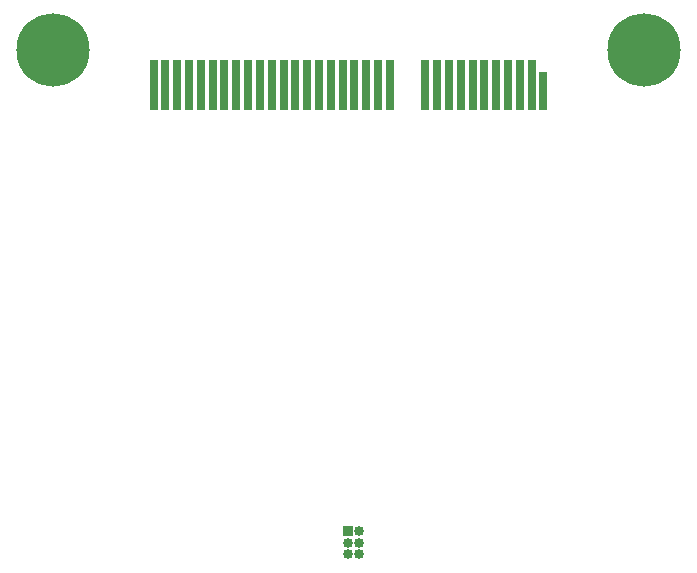
<source format=gbr>
%TF.GenerationSoftware,KiCad,Pcbnew,8.0.6*%
%TF.CreationDate,2024-10-28T16:17:03-03:00*%
%TF.ProjectId,CW312T_STM32F,43573331-3254-45f5-9354-4d3332462e6b,rev?*%
%TF.SameCoordinates,Original*%
%TF.FileFunction,Soldermask,Bot*%
%TF.FilePolarity,Negative*%
%FSLAX46Y46*%
G04 Gerber Fmt 4.6, Leading zero omitted, Abs format (unit mm)*
G04 Created by KiCad (PCBNEW 8.0.6) date 2024-10-28 16:17:03*
%MOMM*%
%LPD*%
G01*
G04 APERTURE LIST*
%ADD10R,0.700000X3.200000*%
%ADD11R,0.700000X4.300000*%
%ADD12C,1.000000*%
%ADD13C,6.200000*%
%ADD14R,0.850000X0.850000*%
%ADD15O,0.850000X0.850000*%
G04 APERTURE END LIST*
D10*
%TO.C,P1*%
X157330000Y-64545000D03*
D11*
X156330000Y-63995000D03*
X155330000Y-63995000D03*
X154330000Y-63995000D03*
X153330000Y-63995000D03*
X152330000Y-63995000D03*
X151330000Y-63995000D03*
X150330000Y-63995000D03*
X149330000Y-63995000D03*
X148330000Y-63995000D03*
X147330000Y-63995000D03*
X144330000Y-63995000D03*
X143330000Y-63995000D03*
X142330000Y-63995000D03*
X141330000Y-63995000D03*
X140330000Y-63995000D03*
X139330000Y-63995000D03*
X138330000Y-63995000D03*
X137330000Y-63995000D03*
X136330000Y-63995000D03*
X135330000Y-63995000D03*
X134330000Y-63995000D03*
X133330000Y-63995000D03*
X132330000Y-63995000D03*
X131330000Y-63995000D03*
X130330000Y-63995000D03*
X129330000Y-63995000D03*
X128330000Y-63995000D03*
X127330000Y-63995000D03*
X126330000Y-63995000D03*
X125330000Y-63995000D03*
X124330000Y-63995000D03*
D12*
X113480000Y-61045000D03*
X114170000Y-59385000D03*
X114170000Y-62705000D03*
X115830000Y-58695000D03*
D13*
X115830000Y-61045000D03*
D12*
X115830000Y-63395000D03*
X117490000Y-59385000D03*
X117490000Y-62705000D03*
X118180000Y-61045000D03*
X163480000Y-61045000D03*
X164170000Y-59385000D03*
X164170000Y-62705000D03*
X165830000Y-58705000D03*
D13*
X165830000Y-61045000D03*
D12*
X165830000Y-63405000D03*
X167490000Y-59385000D03*
X167490000Y-62705000D03*
X168180000Y-61045000D03*
%TD*%
D14*
%TO.C,J1*%
X140750000Y-101750000D03*
D15*
X141750000Y-101750000D03*
X140750000Y-102750000D03*
X141750000Y-102750000D03*
X140750000Y-103750000D03*
X141750000Y-103750000D03*
%TD*%
M02*

</source>
